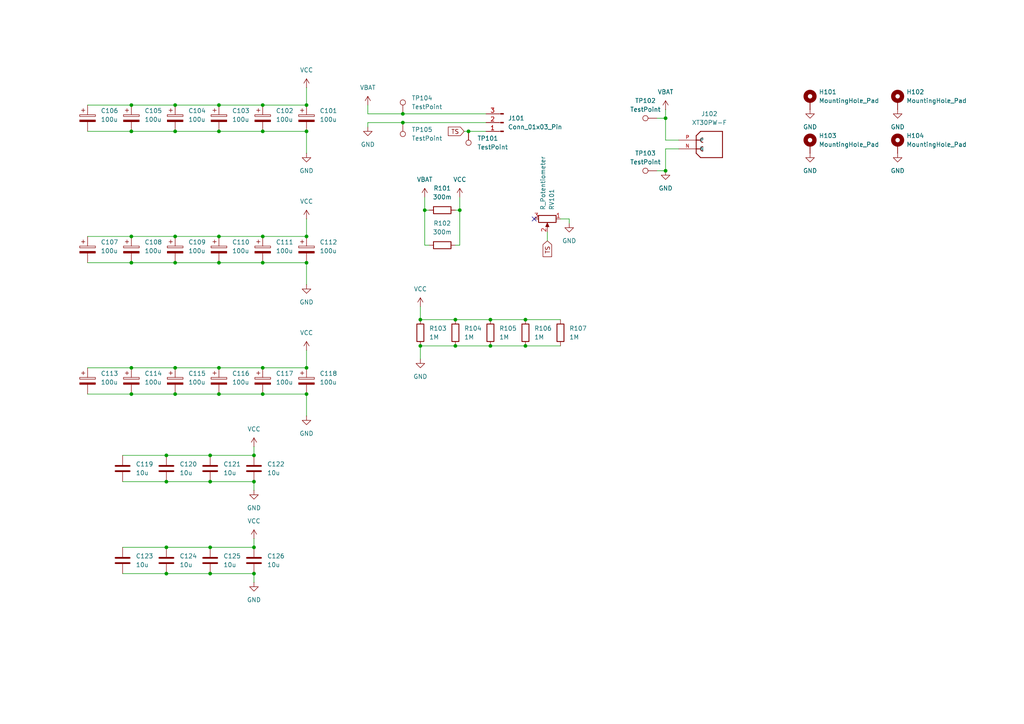
<source format=kicad_sch>
(kicad_sch (version 20231120) (generator "eeschema") (generator_version "8.0")
  (paper "A4")
  (lib_symbols
    (symbol "Connector:Conn_01x03_Pin" (pin_names (offset 1.016) hide)
      (property "Reference" "J" (at 0 5.08 0))
      (property "Value" "Conn_01x03_Pin" (at 0 -5.08 0))
      (symbol "Conn_01x03_Pin_1_1"
        (polyline (pts (xy 1.27 -2.54) (xy 0.8636 -2.54)) (stroke (width 0.1524)))
        (polyline (pts (xy 1.27 0) (xy 0.8636 0)) (stroke (width 0.1524)))
        (polyline (pts (xy 1.27 2.54) (xy 0.8636 2.54)) (stroke (width 0.1524)))
        (rectangle (start 0.8636 -2.413) (end 0 -2.667) (stroke (width 0.1524)) (fill (type outline)))
        (rectangle (start 0.8636 0.127) (end 0 -0.127) (stroke (width 0.1524)) (fill (type outline)))
        (rectangle (start 0.8636 2.667) (end 0 2.413) (stroke (width 0.1524)) (fill (type outline)))
        (pin passive line (at 5.08 2.54 180) (length 3.81) (name "Pin_1") (number "1"))
        (pin passive line (at 5.08 0 180) (length 3.81) (name "Pin_2") (number "2"))
        (pin passive line (at 5.08 -2.54 180) (length 3.81) (name "Pin_3") (number "3"))
      )
    )
    (symbol "Connector:TestPoint" (pin_numbers hide) (pin_names (offset 0.762) hide)
      (property "Reference" "TP" (at 0 6.858 0))
      (property "Value" "TestPoint" (at 0 5.08 0))
      (symbol "TestPoint_0_1"
        (circle (center 0 3.302) (radius 0.762))
      )
      (symbol "TestPoint_1_1"
        (pin passive line (at 0 0 90) (length 2.54) (name "1") (number "1"))
      )
    )
    (symbol "Device:C" (pin_numbers hide) (pin_names (offset 0.254))
      (property "Reference" "C" (at 0.635 2.54 0))
      (property "Value" "C" (at 0.635 -2.54 0))
      (symbol "C_0_1"
        (polyline (pts (xy -2.032 -0.762) (xy 2.032 -0.762)) (stroke (width 0.508)))
        (polyline (pts (xy -2.032 0.762) (xy 2.032 0.762)) (stroke (width 0.508)))
      )
      (symbol "C_1_1"
        (pin passive line (at 0 3.81 270) (length 2.794) (name "~") (number "1"))
        (pin passive line (at 0 -3.81 90) (length 2.794) (name "~") (number "2"))
      )
    )
    (symbol "Device:C_Polarized" (pin_numbers hide) (pin_names (offset 0.254))
      (property "Reference" "C" (at 0.635 2.54 0))
      (property "Value" "C_Polarized" (at 0.635 -2.54 0))
      (symbol "C_Polarized_0_1"
        (rectangle (start -2.286 0.508) (end 2.286 1.016))
        (polyline (pts (xy -1.778 2.286) (xy -0.762 2.286)))
        (polyline (pts (xy -1.27 2.794) (xy -1.27 1.778)))
        (rectangle (start 2.286 -0.508) (end -2.286 -1.016) (fill (type outline)))
      )
      (symbol "C_Polarized_1_1"
        (pin passive line (at 0 3.81 270) (length 2.794) (name "~") (number "1"))
        (pin passive line (at 0 -3.81 90) (length 2.794) (name "~") (number "2"))
      )
    )
    (symbol "Device:R" (pin_numbers hide) (pin_names (offset 0))
      (property "Reference" "R" (at 2.032 0 90))
      (property "Value" "R" (at 0 0 90))
      (symbol "R_0_1"
        (rectangle (start -1.016 -2.54) (end 1.016 2.54) (stroke (width 0.254)))
      )
      (symbol "R_1_1"
        (pin passive line (at 0 3.81 270) (length 1.27) (name "~") (number "1"))
        (pin passive line (at 0 -3.81 90) (length 1.27) (name "~") (number "2"))
      )
    )
    (symbol "Device:R_Potentiometer" (pin_names (offset 1.016) hide)
      (property "Reference" "RV" (at -4.445 0 90))
      (property "Value" "R_Potentiometer" (at -2.54 0 90))
      (symbol "R_Potentiometer_0_1"
        (polyline (pts (xy 2.54 0) (xy 1.524 0)))
        (polyline (pts (xy 1.143 0) (xy 2.286 0.508) (xy 2.286 -0.508) (xy 1.143 0)) (fill (type outline)))
        (rectangle (start 1.016 2.54) (end -1.016 -2.54) (stroke (width 0.254)))
      )
      (symbol "R_Potentiometer_1_1"
        (pin passive line (at 0 3.81 270) (length 1.27) (name "1") (number "1"))
        (pin passive line (at 3.81 0 180) (length 1.27) (name "2") (number "2"))
        (pin passive line (at 0 -3.81 90) (length 1.27) (name "3") (number "3"))
      )
    )
    (symbol "Mechanical:MountingHole_Pad" (pin_numbers hide) (pin_names (offset 1.016) hide) (exclude_from_sim yes) (in_bom no)
      (property "Reference" "H" (at 0 6.35 0))
      (property "Value" "MountingHole_Pad" (at 0 4.445 0))
      (symbol "MountingHole_Pad_0_1"
        (circle (center 0 1.27) (radius 1.27) (stroke (width 1.27)))
      )
      (symbol "MountingHole_Pad_1_1"
        (pin input line (at 0 -2.54 90) (length 2.54) (name "1") (number "1"))
      )
    )
    (symbol "XT30PW-F:XT30PW-F" (pin_names (offset 1.016))
      (property "Reference" "J" (at -7.62 3.81 0))
      (property "Value" "XT30PW-F" (at -7.62 -7.62 0))
      (symbol "XT30PW-F_0_0"
        (arc (start -1.905 -3.175) (mid -1.2727 -2.54) (end -1.905 -1.905) (stroke (width 0.254)))
        (arc (start -1.905 -0.635) (mid -1.2727 0) (end -1.905 0.635) (stroke (width 0.254)))
        (polyline (pts (xy -7.62 -5.08) (xy -7.62 2.54)) (stroke (width 0.254)))
        (polyline (pts (xy -7.62 2.54) (xy -1.27 2.54)) (stroke (width 0.254)))
        (polyline (pts (xy -1.27 -5.08) (xy -7.62 -5.08)) (stroke (width 0.254)))
        (polyline (pts (xy 0 -3.81) (xy -1.27 -5.08)) (stroke (width 0.254)))
        (polyline (pts (xy 0 -2.54) (xy -1.27 -2.54)) (stroke (width 0.254)))
        (polyline (pts (xy 0 0) (xy -1.27 0)) (stroke (width 0.254)))
        (polyline (pts (xy 0 0) (xy 0 -3.81)) (stroke (width 0.254)))
        (polyline (pts (xy 0 1.27) (xy -1.27 2.54)) (stroke (width 0.254)))
        (polyline (pts (xy 0 1.27) (xy 0 0)) (stroke (width 0.254)))
        (pin power_in line (at 5.08 -2.54 180) (length 5.08) (name "N") (number "N"))
        (pin power_in line (at 5.08 0 180) (length 5.08) (name "P") (number "P"))
      )
    )
    (symbol "power:GND" (power) (pin_numbers hide) (pin_names (offset 0) hide)
      (property "Value" "GND" (at 0 -3.81 0))
      (symbol "GND_0_1"
        (polyline (pts (xy 0 0) (xy 0 -1.27) (xy 1.27 -1.27) (xy 0 -2.54) (xy -1.27 -1.27) (xy 0 -1.27)))
      )
      (symbol "GND_1_1"
        (pin power_in line (at 0 0 270) (length 0) (name "~") (number "1"))
      )
    )
    (symbol "power:VCC" (power) (pin_numbers hide) (pin_names (offset 0) hide)
      (property "Value" "VCC" (at 0 3.556 0))
      (symbol "VCC_0_1"
        (polyline (pts (xy -0.762 1.27) (xy 0 2.54)))
        (polyline (pts (xy 0 0) (xy 0 2.54)))
        (polyline (pts (xy 0 2.54) (xy 0.762 1.27)))
      )
      (symbol "VCC_1_1"
        (pin power_in line (at 0 0 90) (length 0) (name "~") (number "1"))
      )
    )
  )
  (junction (at 48.26 158.75))
  (junction (at 50.8 68.58))
  (junction (at 88.9 106.68))
  (junction (at 50.8 114.3))
  (junction (at 116.84 35.56))
  (junction (at 76.2 106.68))
  (junction (at 50.8 76.2))
  (junction (at 60.96 166.37))
  (junction (at 38.1 76.2))
  (junction (at 38.1 114.3))
  (junction (at 48.26 139.7))
  (junction (at 50.8 106.68))
  (junction (at 63.5 76.2))
  (junction (at 116.84 33.02))
  (junction (at 38.1 38.1))
  (junction (at 88.9 76.2))
  (junction (at 88.9 38.1))
  (junction (at 50.8 38.1))
  (junction (at 193.04 34.29))
  (junction (at 48.26 132.08))
  (junction (at 193.04 49.53))
  (junction (at 132.08 100.33))
  (junction (at 60.96 158.75))
  (junction (at 135.89 38.1))
  (junction (at 63.5 106.68))
  (junction (at 63.5 38.1))
  (junction (at 73.66 158.75))
  (junction (at 152.4 100.33))
  (junction (at 152.4 92.71))
  (junction (at 142.24 100.33))
  (junction (at 50.8 30.48))
  (junction (at 121.92 100.33))
  (junction (at 38.1 30.48))
  (junction (at 73.66 139.7))
  (junction (at 88.9 114.3))
  (junction (at 88.9 68.58))
  (junction (at 38.1 68.58))
  (junction (at 76.2 114.3))
  (junction (at 142.24 92.71))
  (junction (at 88.9 30.48))
  (junction (at 121.92 92.71))
  (junction (at 38.1 106.68))
  (junction (at 73.66 166.37))
  (junction (at 60.96 139.7))
  (junction (at 73.66 132.08))
  (junction (at 63.5 30.48))
  (junction (at 123.19 60.96))
  (junction (at 48.26 166.37))
  (junction (at 76.2 30.48))
  (junction (at 63.5 68.58))
  (junction (at 133.35 60.96))
  (junction (at 132.08 92.71))
  (junction (at 60.96 132.08))
  (junction (at 76.2 68.58))
  (junction (at 63.5 114.3))
  (junction (at 76.2 38.1))
  (junction (at 76.2 76.2))
  (no_connect (at 154.94 63.5))
  (wire (pts (xy 48.26 158.75) (xy 35.56 158.75)))
  (wire (pts (xy 38.1 114.3) (xy 50.8 114.3)))
  (wire (pts (xy 73.66 129.54) (xy 73.66 132.08)))
  (wire (pts (xy 76.2 106.68) (xy 88.9 106.68)))
  (wire (pts (xy 76.2 38.1) (xy 88.9 38.1)))
  (wire (pts (xy 132.08 100.33) (xy 142.24 100.33)))
  (wire (pts (xy 121.92 100.33) (xy 132.08 100.33)))
  (wire (pts (xy 162.56 63.5) (xy 165.1 63.5)))
  (wire (pts (xy 50.8 68.58) (xy 63.5 68.58)))
  (wire (pts (xy 88.9 101.6) (xy 88.9 106.68)))
  (wire (pts (xy 158.75 67.31) (xy 158.75 69.85)))
  (wire (pts (xy 63.5 76.2) (xy 50.8 76.2)))
  (wire (pts (xy 88.9 25.4) (xy 88.9 30.48)))
  (wire (pts (xy 48.26 166.37) (xy 35.56 166.37)))
  (wire (pts (xy 116.84 35.56) (xy 106.68 35.56)))
  (wire (pts (xy 63.5 106.68) (xy 50.8 106.68)))
  (wire (pts (xy 121.92 88.9) (xy 121.92 92.71)))
  (wire (pts (xy 73.66 158.75) (xy 60.96 158.75)))
  (wire (pts (xy 48.26 132.08) (xy 35.56 132.08)))
  (wire (pts (xy 123.19 71.12) (xy 123.19 60.96)))
  (wire (pts (xy 60.96 132.08) (xy 48.26 132.08)))
  (wire (pts (xy 73.66 142.24) (xy 73.66 139.7)))
  (wire (pts (xy 142.24 92.71) (xy 152.4 92.71)))
  (wire (pts (xy 193.04 40.64) (xy 196.85 40.64)))
  (wire (pts (xy 106.68 35.56) (xy 106.68 36.83)))
  (wire (pts (xy 38.1 68.58) (xy 25.4 68.58)))
  (wire (pts (xy 50.8 38.1) (xy 38.1 38.1)))
  (wire (pts (xy 73.66 132.08) (xy 60.96 132.08)))
  (wire (pts (xy 88.9 68.58) (xy 76.2 68.58)))
  (wire (pts (xy 190.5 34.29) (xy 193.04 34.29)))
  (wire (pts (xy 25.4 76.2) (xy 38.1 76.2)))
  (wire (pts (xy 88.9 44.45) (xy 88.9 38.1)))
  (wire (pts (xy 106.68 33.02) (xy 106.68 30.48)))
  (wire (pts (xy 25.4 38.1) (xy 38.1 38.1)))
  (wire (pts (xy 38.1 106.68) (xy 50.8 106.68)))
  (wire (pts (xy 76.2 30.48) (xy 88.9 30.48)))
  (wire (pts (xy 63.5 76.2) (xy 76.2 76.2)))
  (wire (pts (xy 88.9 114.3) (xy 76.2 114.3)))
  (wire (pts (xy 132.08 71.12) (xy 133.35 71.12)))
  (wire (pts (xy 190.5 49.53) (xy 193.04 49.53)))
  (wire (pts (xy 50.8 38.1) (xy 63.5 38.1)))
  (wire (pts (xy 124.46 71.12) (xy 123.19 71.12)))
  (wire (pts (xy 88.9 82.55) (xy 88.9 76.2)))
  (wire (pts (xy 88.9 120.65) (xy 88.9 114.3)))
  (wire (pts (xy 76.2 76.2) (xy 88.9 76.2)))
  (wire (pts (xy 152.4 92.71) (xy 162.56 92.71)))
  (wire (pts (xy 63.5 38.1) (xy 76.2 38.1)))
  (wire (pts (xy 124.46 60.96) (xy 123.19 60.96)))
  (wire (pts (xy 165.1 63.5) (xy 165.1 64.77)))
  (wire (pts (xy 76.2 30.48) (xy 63.5 30.48)))
  (wire (pts (xy 123.19 60.96) (xy 123.19 57.15)))
  (wire (pts (xy 193.04 34.29) (xy 193.04 40.64)))
  (wire (pts (xy 142.24 100.33) (xy 152.4 100.33)))
  (wire (pts (xy 193.04 49.53) (xy 193.04 43.18)))
  (wire (pts (xy 132.08 60.96) (xy 133.35 60.96)))
  (wire (pts (xy 63.5 114.3) (xy 50.8 114.3)))
  (wire (pts (xy 25.4 30.48) (xy 38.1 30.48)))
  (wire (pts (xy 73.66 139.7) (xy 60.96 139.7)))
  (wire (pts (xy 25.4 114.3) (xy 38.1 114.3)))
  (wire (pts (xy 50.8 30.48) (xy 63.5 30.48)))
  (wire (pts (xy 132.08 92.71) (xy 142.24 92.71)))
  (wire (pts (xy 73.66 166.37) (xy 60.96 166.37)))
  (wire (pts (xy 60.96 166.37) (xy 48.26 166.37)))
  (wire (pts (xy 121.92 92.71) (xy 132.08 92.71)))
  (wire (pts (xy 76.2 106.68) (xy 63.5 106.68)))
  (wire (pts (xy 135.89 38.1) (xy 134.62 38.1)))
  (wire (pts (xy 38.1 68.58) (xy 50.8 68.58)))
  (wire (pts (xy 140.97 38.1) (xy 135.89 38.1)))
  (wire (pts (xy 48.26 139.7) (xy 35.56 139.7)))
  (wire (pts (xy 60.96 139.7) (xy 48.26 139.7)))
  (wire (pts (xy 193.04 43.18) (xy 196.85 43.18)))
  (wire (pts (xy 63.5 68.58) (xy 76.2 68.58)))
  (wire (pts (xy 73.66 168.91) (xy 73.66 166.37)))
  (wire (pts (xy 73.66 156.21) (xy 73.66 158.75)))
  (wire (pts (xy 60.96 158.75) (xy 48.26 158.75)))
  (wire (pts (xy 116.84 33.02) (xy 140.97 33.02)))
  (wire (pts (xy 133.35 57.15) (xy 133.35 60.96)))
  (wire (pts (xy 106.68 33.02) (xy 116.84 33.02)))
  (wire (pts (xy 193.04 31.75) (xy 193.04 34.29)))
  (wire (pts (xy 121.92 104.14) (xy 121.92 100.33)))
  (wire (pts (xy 133.35 60.96) (xy 133.35 71.12)))
  (wire (pts (xy 50.8 30.48) (xy 38.1 30.48)))
  (wire (pts (xy 25.4 106.68) (xy 38.1 106.68)))
  (wire (pts (xy 50.8 76.2) (xy 38.1 76.2)))
  (wire (pts (xy 152.4 100.33) (xy 162.56 100.33)))
  (wire (pts (xy 116.84 35.56) (xy 140.97 35.56)))
  (wire (pts (xy 76.2 114.3) (xy 63.5 114.3)))
  (wire (pts (xy 88.9 63.5) (xy 88.9 68.58)))
  (global_label "TS" (shape input) (at 134.62 38.1 180) (property "Intersheetrefs" "${INTERSHEET_REFS}" (effects (hide yes))))
  (global_label "TS" (shape input) (at 158.75 69.85 270) (property "Intersheetrefs" "${INTERSHEET_REFS}" (effects (hide yes))))
  (symbol (lib_id "power:VCC") (at 133.35 57.15 0) (unit 1)
    (property "Reference" "#PWR0114" (effects (hide yes)))
    (property "Value" "VCC" (at 133.35 52.07 0))
    (property "Description" "Power symbol creates a global label with name \"VCC\"" (effects (hide yes)))
  )
  (symbol (lib_id "Connector:TestPoint") (at 116.84 35.56 180) (unit 1)
    (property "Reference" "TP105" (at 119.38 37.5919 0) (effects (justify right)))
    (property "Value" "TestPoint" (at 119.38 40.1319 0) (effects (justify right)))
    (property "Footprint" "TestPoint:TestPoint_Bridge_Pitch2.54mm_Drill0.7mm" (effects (hide yes)))
    (property "Description" "test point" (effects (hide yes)))
  )
  (symbol (lib_id "power:VCC") (at 88.9 63.5 0) (unit 1)
    (property "Reference" "#PWR0103" (effects (hide yes)))
    (property "Value" "VCC" (at 88.9 58.42 0))
    (property "Description" "Power symbol creates a global label with name \"VCC\"" (effects (hide yes)))
  )
  (symbol (lib_id "power:GND") (at 193.04 49.53 0) (unit 1)
    (property "Reference" "#PWR0119" (effects (hide yes)))
    (property "Value" "GND" (at 193.04 54.61 0))
    (property "Description" "Power symbol creates a global label with name \"GND\" , ground" (effects (hide yes)))
  )
  (symbol (lib_id "power:GND") (at 165.1 64.77 0) (unit 1)
    (property "Reference" "#PWR0117" (effects (hide yes)))
    (property "Value" "GND" (at 165.1 69.85 0))
    (property "Description" "Power symbol creates a global label with name \"GND\" , ground" (effects (hide yes)))
  )
  (symbol (lib_id "Device:C_Polarized") (at 88.9 34.29 0) (unit 1)
    (property "Reference" "C101" (at 92.71 32.1309 0) (effects (justify left)))
    (property "Value" "100u" (at 92.71 34.6709 0) (effects (justify left)))
    (property "Footprint" "Capacitor_SMD:CP_Elec_6.3x5.4" (effects (hide yes)))
    (property "Description" "Polarized capacitor" (effects (hide yes)))
  )
  (symbol (lib_id "Device:R") (at 152.4 96.52 180) (unit 1)
    (property "Reference" "R106" (at 154.94 95.2499 0) (effects (justify right)))
    (property "Value" "1M" (at 154.94 97.7899 0) (effects (justify right)))
    (property "Footprint" "Resistor_SMD:R_0805_2012Metric" (effects (hide yes)))
    (property "Description" "Resistor" (effects (hide yes)))
  )
  (symbol (lib_id "Device:C") (at 60.96 135.89 0) (unit 1)
    (property "Reference" "C121" (at 64.77 134.6199 0) (effects (justify left)))
    (property "Value" "10u" (at 64.77 137.1599 0) (effects (justify left)))
    (property "Footprint" "Capacitor_SMD:C_0805_2012Metric" (effects (hide yes)))
    (property "Description" "Unpolarized capacitor" (effects (hide yes)))
  )
  (symbol (lib_id "Connector:TestPoint") (at 190.5 49.53 90) (unit 1)
    (property "Reference" "TP103" (at 187.198 44.45 90))
    (property "Value" "TestPoint" (at 187.198 46.99 90))
    (property "Footprint" "TestPoint:TestPoint_Pad_D1.5mm" (effects (hide yes)))
    (property "Description" "test point" (effects (hide yes)))
  )
  (symbol (lib_id "Device:C_Polarized") (at 25.4 72.39 0) (unit 1)
    (property "Reference" "C107" (at 29.21 70.2309 0) (effects (justify left)))
    (property "Value" "100u" (at 29.21 72.7709 0) (effects (justify left)))
    (property "Footprint" "Capacitor_SMD:CP_Elec_6.3x5.4" (effects (hide yes)))
    (property "Description" "Polarized capacitor" (effects (hide yes)))
  )
  (symbol (lib_id "power:GND") (at 73.66 168.91 0) (unit 1)
    (property "Reference" "#PWR0112" (effects (hide yes)))
    (property "Value" "GND" (at 73.66 173.99 0))
    (property "Description" "Power symbol creates a global label with name \"GND\" , ground" (effects (hide yes)))
  )
  (symbol (lib_id "Connector:Conn_01x03_Pin") (at 146.05 35.56 180) (unit 1)
    (property "Reference" "J101" (at 147.32 34.2899 0) (effects (justify right)))
    (property "Value" "Conn_01x03_Pin" (at 147.32 36.8299 0) (effects (justify right)))
    (property "Footprint" "Connector_JST:JST_PH_S3B-PH-K_1x03_P2.00mm_Horizontal" (effects (hide yes)))
    (property "Description" "Generic connector, single row, 01x03, script generated" (effects (hide yes)))
  )
  (symbol (lib_id "Device:C_Polarized") (at 25.4 110.49 0) (unit 1)
    (property "Reference" "C113" (at 29.21 108.3309 0) (effects (justify left)))
    (property "Value" "100u" (at 29.21 110.8709 0) (effects (justify left)))
    (property "Footprint" "Capacitor_SMD:CP_Elec_6.3x5.4" (effects (hide yes)))
    (property "Description" "Polarized capacitor" (effects (hide yes)))
  )
  (symbol (lib_id "Device:C") (at 48.26 135.89 0) (unit 1)
    (property "Reference" "C120" (at 52.07 134.6199 0) (effects (justify left)))
    (property "Value" "10u" (at 52.07 137.1599 0) (effects (justify left)))
    (property "Footprint" "Capacitor_SMD:C_0805_2012Metric" (effects (hide yes)))
    (property "Description" "Unpolarized capacitor" (effects (hide yes)))
  )
  (symbol (lib_id "Mechanical:MountingHole_Pad") (at 260.35 29.21 0) (unit 1) (exclude_from_sim yes) (in_bom no)
    (property "Reference" "H102" (at 262.89 26.6699 0) (effects (justify left)))
    (property "Value" "MountingHole_Pad" (at 262.89 29.2099 0) (effects (justify left)))
    (property "Footprint" "MountingHole:MountingHole_3.2mm_M3_ISO7380_Pad" (effects (hide yes)))
    (property "Description" "Mounting Hole with connection" (effects (hide yes)))
  )
  (symbol (lib_id "Device:C") (at 35.56 162.56 0) (unit 1)
    (property "Reference" "C123" (at 39.37 161.2899 0) (effects (justify left)))
    (property "Value" "10u" (at 39.37 163.8299 0) (effects (justify left)))
    (property "Footprint" "Capacitor_SMD:C_0805_2012Metric" (effects (hide yes)))
    (property "Description" "Unpolarized capacitor" (effects (hide yes)))
  )
  (symbol (lib_id "Mechanical:MountingHole_Pad") (at 234.95 41.91 0) (unit 1) (exclude_from_sim yes) (in_bom no)
    (property "Reference" "H103" (at 237.49 39.3699 0) (effects (justify left)))
    (property "Value" "MountingHole_Pad" (at 237.49 41.9099 0) (effects (justify left)))
    (property "Footprint" "MountingHole:MountingHole_3.2mm_M3_ISO7380_Pad" (effects (hide yes)))
    (property "Description" "Mounting Hole with connection" (effects (hide yes)))
  )
  (symbol (lib_id "Device:C_Polarized") (at 88.9 110.49 0) (unit 1)
    (property "Reference" "C118" (at 92.71 108.3309 0) (effects (justify left)))
    (property "Value" "100u" (at 92.71 110.8709 0) (effects (justify left)))
    (property "Footprint" "Capacitor_SMD:CP_Elec_6.3x5.4" (effects (hide yes)))
    (property "Description" "Polarized capacitor" (effects (hide yes)))
  )
  (symbol (lib_id "Device:C_Polarized") (at 50.8 34.29 0) (unit 1)
    (property "Reference" "C104" (at 54.61 32.1309 0) (effects (justify left)))
    (property "Value" "100u" (at 54.61 34.6709 0) (effects (justify left)))
    (property "Footprint" "Capacitor_SMD:CP_Elec_6.3x5.4" (effects (hide yes)))
    (property "Description" "Polarized capacitor" (effects (hide yes)))
  )
  (symbol (lib_id "Device:C_Polarized") (at 25.4 34.29 0) (unit 1)
    (property "Reference" "C106" (at 29.21 32.1309 0) (effects (justify left)))
    (property "Value" "100u" (at 29.21 34.6709 0) (effects (justify left)))
    (property "Footprint" "Capacitor_SMD:CP_Elec_6.3x5.4" (effects (hide yes)))
    (property "Description" "Polarized capacitor" (effects (hide yes)))
  )
  (symbol (lib_id "power:VCC") (at 73.66 156.21 0) (unit 1)
    (property "Reference" "#PWR0111" (effects (hide yes)))
    (property "Value" "VCC" (at 73.66 151.13 0))
    (property "Description" "Power symbol creates a global label with name \"VCC\"" (effects (hide yes)))
  )
  (symbol (lib_id "Device:C_Polarized") (at 50.8 110.49 0) (unit 1)
    (property "Reference" "C115" (at 54.61 108.3309 0) (effects (justify left)))
    (property "Value" "100u" (at 54.61 110.8709 0) (effects (justify left)))
    (property "Footprint" "Capacitor_SMD:CP_Elec_6.3x5.4" (effects (hide yes)))
    (property "Description" "Polarized capacitor" (effects (hide yes)))
  )
  (symbol (lib_id "Device:R") (at 121.92 96.52 180) (unit 1)
    (property "Reference" "R103" (at 124.46 95.2499 0) (effects (justify right)))
    (property "Value" "1M" (at 124.46 97.7899 0) (effects (justify right)))
    (property "Footprint" "Resistor_SMD:R_0805_2012Metric" (effects (hide yes)))
    (property "Description" "Resistor" (effects (hide yes)))
  )
  (symbol (lib_id "power:GND") (at 88.9 44.45 0) (unit 1)
    (property "Reference" "#PWR0108" (effects (hide yes)))
    (property "Value" "GND" (at 88.9 49.53 0))
    (property "Description" "Power symbol creates a global label with name \"GND\" , ground" (effects (hide yes)))
  )
  (symbol (lib_id "power:GND") (at 121.92 104.14 0) (unit 1)
    (property "Reference" "#PWR0116" (effects (hide yes)))
    (property "Value" "GND" (at 121.92 109.22 0))
    (property "Description" "Power symbol creates a global label with name \"GND\" , ground" (effects (hide yes)))
  )
  (symbol (lib_id "power:VCC") (at 106.68 30.48 0) (unit 1)
    (property "Reference" "#PWR0102" (effects (hide yes)))
    (property "Value" "VBAT" (at 106.68 25.4 0))
    (property "Description" "Power symbol creates a global label with name \"VCC\"" (effects (hide yes)))
  )
  (symbol (lib_id "Device:C_Polarized") (at 63.5 110.49 0) (unit 1)
    (property "Reference" "C116" (at 67.31 108.3309 0) (effects (justify left)))
    (property "Value" "100u" (at 67.31 110.8709 0) (effects (justify left)))
    (property "Footprint" "Capacitor_SMD:CP_Elec_6.3x5.4" (effects (hide yes)))
    (property "Description" "Polarized capacitor" (effects (hide yes)))
  )
  (symbol (lib_id "Device:C_Polarized") (at 88.9 72.39 0) (unit 1)
    (property "Reference" "C112" (at 92.71 70.2309 0) (effects (justify left)))
    (property "Value" "100u" (at 92.71 72.7709 0) (effects (justify left)))
    (property "Footprint" "Capacitor_SMD:CP_Elec_6.3x5.4" (effects (hide yes)))
    (property "Description" "Polarized capacitor" (effects (hide yes)))
  )
  (symbol (lib_id "power:GND") (at 88.9 120.65 0) (unit 1)
    (property "Reference" "#PWR0106" (effects (hide yes)))
    (property "Value" "GND" (at 88.9 125.73 0))
    (property "Description" "Power symbol creates a global label with name \"GND\" , ground" (effects (hide yes)))
  )
  (symbol (lib_id "Device:R") (at 162.56 96.52 180) (unit 1)
    (property "Reference" "R107" (at 165.1 95.2499 0) (effects (justify right)))
    (property "Value" "1M" (at 165.1 97.7899 0) (effects (justify right)))
    (property "Footprint" "Resistor_SMD:R_0805_2012Metric" (effects (hide yes)))
    (property "Description" "Resistor" (effects (hide yes)))
  )
  (symbol (lib_id "Device:C") (at 35.56 135.89 0) (unit 1)
    (property "Reference" "C119" (at 39.37 134.6199 0) (effects (justify left)))
    (property "Value" "10u" (at 39.37 137.1599 0) (effects (justify left)))
    (property "Footprint" "Capacitor_SMD:C_0805_2012Metric" (effects (hide yes)))
    (property "Description" "Unpolarized capacitor" (effects (hide yes)))
  )
  (symbol (lib_id "Device:C_Polarized") (at 63.5 34.29 0) (unit 1)
    (property "Reference" "C103" (at 67.31 32.1309 0) (effects (justify left)))
    (property "Value" "100u" (at 67.31 34.6709 0) (effects (justify left)))
    (property "Footprint" "Capacitor_SMD:CP_Elec_6.3x5.4" (effects (hide yes)))
    (property "Description" "Polarized capacitor" (effects (hide yes)))
  )
  (symbol (lib_id "power:VCC") (at 121.92 88.9 0) (unit 1)
    (property "Reference" "#PWR0115" (effects (hide yes)))
    (property "Value" "VCC" (at 121.92 83.82 0))
    (property "Description" "Power symbol creates a global label with name \"VCC\"" (effects (hide yes)))
  )
  (symbol (lib_id "Device:R_Potentiometer") (at 158.75 63.5 270) (unit 1)
    (property "Reference" "RV101" (at 160.0201 60.96 0) (effects (justify right)))
    (property "Value" "R_Potentiometer" (at 157.4801 60.96 0) (effects (justify right)))
    (property "Footprint" "MUFFIN:WXD3-13" (effects (hide yes)))
    (property "Description" "Potentiometer" (effects (hide yes)))
  )
  (symbol (lib_id "XT30PW-F:XT30PW-F") (at 201.93 40.64 0) (mirror y) (unit 1)
    (property "Reference" "J102" (at 205.74 33.02 0))
    (property "Value" "XT30PW-F" (at 205.74 35.56 0))
    (property "Footprint" "footprints:AMASS_XT30PW-F" (effects (hide yes)))
    (property "MF" "amass" (effects (hide yes)))
    (property "MAXIMUM_PACKAGE_HEIGHT" "5 mm" (effects (hide yes)))
    (property "Package" "None" (effects (hide yes)))
    (property "Price" "None" (effects (hide yes)))
    (property "Check_prices" "https://www.snapeda.com/parts/XT30PW-F/AMASS/view-part/?ref=eda" (effects (hide yes)))
    (property "STANDARD" "Manufacturer Recommendations" (effects (hide yes)))
    (property "PARTREV" "1.2" (effects (hide yes)))
    (property "SnapEDA_Link" "https://www.snapeda.com/parts/XT30PW-F/AMASS/view-part/?ref=snap" (effects (hide yes)))
    (property "MP" "XT30PW-F" (effects (hide yes)))
    (property "Description_1" "\n                        \n                            Socket; DC supply; XT30; female; PIN: 2; on PCBs; THT; yellow; 15A\n                        \n" (effects (hide yes)))
    (property "MANUFACTURER" "Amass" (effects (hide yes)))
    (property "Availability" "Not in stock" (effects (hide yes)))
    (property "SNAPEDA_PN" "XT30PW-F" (effects (hide yes)))
  )
  (symbol (lib_id "Device:C_Polarized") (at 63.5 72.39 0) (unit 1)
    (property "Reference" "C110" (at 67.31 70.2309 0) (effects (justify left)))
    (property "Value" "100u" (at 67.31 72.7709 0) (effects (justify left)))
    (property "Footprint" "Capacitor_SMD:CP_Elec_6.3x5.4" (effects (hide yes)))
    (property "Description" "Polarized capacitor" (effects (hide yes)))
  )
  (symbol (lib_id "power:GND") (at 234.95 31.75 0) (unit 1)
    (property "Reference" "#PWR0120" (effects (hide yes)))
    (property "Value" "GND" (at 234.95 36.83 0))
    (property "Description" "Power symbol creates a global label with name \"GND\" , ground" (effects (hide yes)))
  )
  (symbol (lib_id "power:GND") (at 260.35 44.45 0) (unit 1)
    (property "Reference" "#PWR0123" (effects (hide yes)))
    (property "Value" "GND" (at 260.35 49.53 0))
    (property "Description" "Power symbol creates a global label with name \"GND\" , ground" (effects (hide yes)))
  )
  (symbol (lib_id "Device:C_Polarized") (at 50.8 72.39 0) (unit 1)
    (property "Reference" "C109" (at 54.61 70.2309 0) (effects (justify left)))
    (property "Value" "100u" (at 54.61 72.7709 0) (effects (justify left)))
    (property "Footprint" "Capacitor_SMD:CP_Elec_6.3x5.4" (effects (hide yes)))
    (property "Description" "Polarized capacitor" (effects (hide yes)))
  )
  (symbol (lib_id "Device:C_Polarized") (at 76.2 34.29 0) (unit 1)
    (property "Reference" "C102" (at 80.01 32.1309 0) (effects (justify left)))
    (property "Value" "100u" (at 80.01 34.6709 0) (effects (justify left)))
    (property "Footprint" "Capacitor_SMD:CP_Elec_6.3x5.4" (effects (hide yes)))
    (property "Description" "Polarized capacitor" (effects (hide yes)))
  )
  (symbol (lib_id "Device:C_Polarized") (at 38.1 72.39 0) (unit 1)
    (property "Reference" "C108" (at 41.91 70.2309 0) (effects (justify left)))
    (property "Value" "100u" (at 41.91 72.7709 0) (effects (justify left)))
    (property "Footprint" "Capacitor_SMD:CP_Elec_6.3x5.4" (effects (hide yes)))
    (property "Description" "Polarized capacitor" (effects (hide yes)))
  )
  (symbol (lib_id "Mechanical:MountingHole_Pad") (at 234.95 29.21 0) (unit 1) (exclude_from_sim yes) (in_bom no)
    (property "Reference" "H101" (at 237.49 26.6699 0) (effects (justify left)))
    (property "Value" "MountingHole_Pad" (at 237.49 29.2099 0) (effects (justify left)))
    (property "Footprint" "MountingHole:MountingHole_3.2mm_M3_ISO7380_Pad" (effects (hide yes)))
    (property "Description" "Mounting Hole with connection" (effects (hide yes)))
  )
  (symbol (lib_id "power:GND") (at 73.66 142.24 0) (unit 1)
    (property "Reference" "#PWR0110" (effects (hide yes)))
    (property "Value" "GND" (at 73.66 147.32 0))
    (property "Description" "Power symbol creates a global label with name \"GND\" , ground" (effects (hide yes)))
  )
  (symbol (lib_id "Device:R") (at 128.27 60.96 90) (unit 1)
    (property "Reference" "R101" (at 128.27 54.61 90))
    (property "Value" "300m" (at 128.27 57.15 90))
    (property "Footprint" "Resistor_SMD:R_2512_6332Metric" (effects (hide yes)))
    (property "Description" "Resistor" (effects (hide yes)))
  )
  (symbol (lib_id "power:GND") (at 106.68 36.83 0) (unit 1)
    (property "Reference" "#PWR0101" (effects (hide yes)))
    (property "Value" "GND" (at 106.68 41.91 0))
    (property "Description" "Power symbol creates a global label with name \"GND\" , ground" (effects (hide yes)))
  )
  (symbol (lib_id "Device:C") (at 73.66 162.56 0) (unit 1)
    (property "Reference" "C126" (at 77.47 161.2899 0) (effects (justify left)))
    (property "Value" "10u" (at 77.47 163.8299 0) (effects (justify left)))
    (property "Footprint" "Capacitor_SMD:C_0805_2012Metric" (effects (hide yes)))
    (property "Description" "Unpolarized capacitor" (effects (hide yes)))
  )
  (symbol (lib_id "power:VCC") (at 123.19 57.15 0) (unit 1)
    (property "Reference" "#PWR0113" (effects (hide yes)))
    (property "Value" "VBAT" (at 123.19 52.07 0))
    (property "Description" "Power symbol creates a global label with name \"VCC\"" (effects (hide yes)))
  )
  (symbol (lib_id "power:VCC") (at 88.9 25.4 0) (unit 1)
    (property "Reference" "#PWR0107" (effects (hide yes)))
    (property "Value" "VCC" (at 88.9 20.32 0))
    (property "Description" "Power symbol creates a global label with name \"VCC\"" (effects (hide yes)))
  )
  (symbol (lib_id "Device:C_Polarized") (at 76.2 110.49 0) (unit 1)
    (property "Reference" "C117" (at 80.01 108.3309 0) (effects (justify left)))
    (property "Value" "100u" (at 80.01 110.8709 0) (effects (justify left)))
    (property "Footprint" "Capacitor_SMD:CP_Elec_6.3x5.4" (effects (hide yes)))
    (property "Description" "Polarized capacitor" (effects (hide yes)))
  )
  (symbol (lib_id "Device:C") (at 48.26 162.56 0) (unit 1)
    (property "Reference" "C124" (at 52.07 161.2899 0) (effects (justify left)))
    (property "Value" "10u" (at 52.07 163.8299 0) (effects (justify left)))
    (property "Footprint" "Capacitor_SMD:C_0805_2012Metric" (effects (hide yes)))
    (property "Description" "Unpolarized capacitor" (effects (hide yes)))
  )
  (symbol (lib_id "power:GND") (at 260.35 31.75 0) (unit 1)
    (property "Reference" "#PWR0121" (effects (hide yes)))
    (property "Value" "GND" (at 260.35 36.83 0))
    (property "Description" "Power symbol creates a global label with name \"GND\" , ground" (effects (hide yes)))
  )
  (symbol (lib_id "Connector:TestPoint") (at 116.84 33.02 0) (unit 1)
    (property "Reference" "TP104" (at 119.38 28.4479 0) (effects (justify left)))
    (property "Value" "TestPoint" (at 119.38 30.9879 0) (effects (justify left)))
    (property "Footprint" "TestPoint:TestPoint_Bridge_Pitch2.54mm_Drill0.7mm" (effects (hide yes)))
    (property "Description" "test point" (effects (hide yes)))
  )
  (symbol (lib_id "power:VCC") (at 73.66 129.54 0) (unit 1)
    (property "Reference" "#PWR0109" (effects (hide yes)))
    (property "Value" "VCC" (at 73.66 124.46 0))
    (property "Description" "Power symbol creates a global label with name \"VCC\"" (effects (hide yes)))
  )
  (symbol (lib_id "power:VCC") (at 88.9 101.6 0) (unit 1)
    (property "Reference" "#PWR0105" (effects (hide yes)))
    (property "Value" "VCC" (at 88.9 96.52 0))
    (property "Description" "Power symbol creates a global label with name \"VCC\"" (effects (hide yes)))
  )
  (symbol (lib_id "Device:R") (at 128.27 71.12 90) (unit 1)
    (property "Reference" "R102" (at 128.27 64.77 90))
    (property "Value" "300m" (at 128.27 67.31 90))
    (property "Footprint" "Resistor_SMD:R_2512_6332Metric" (effects (hide yes)))
    (property "Description" "Resistor" (effects (hide yes)))
  )
  (symbol (lib_id "power:GND") (at 88.9 82.55 0) (unit 1)
    (property "Reference" "#PWR0104" (effects (hide yes)))
    (property "Value" "GND" (at 88.9 87.63 0))
    (property "Description" "Power symbol creates a global label with name \"GND\" , ground" (effects (hide yes)))
  )
  (symbol (lib_id "Mechanical:MountingHole_Pad") (at 260.35 41.91 0) (unit 1) (exclude_from_sim yes) (in_bom no)
    (property "Reference" "H104" (at 262.89 39.3699 0) (effects (justify left)))
    (property "Value" "MountingHole_Pad" (at 262.89 41.9099 0) (effects (justify left)))
    (property "Footprint" "MountingHole:MountingHole_3.2mm_M3_ISO7380_Pad" (effects (hide yes)))
    (property "Description" "Mounting Hole with connection" (effects (hide yes)))
  )
  (symbol (lib_id "Device:C_Polarized") (at 38.1 110.49 0) (unit 1)
    (property "Reference" "C114" (at 41.91 108.3309 0) (effects (justify left)))
    (property "Value" "100u" (at 41.91 110.8709 0) (effects (justify left)))
    (property "Footprint" "Capacitor_SMD:CP_Elec_6.3x5.4" (effects (hide yes)))
    (property "Description" "Polarized capacitor" (effects (hide yes)))
  )
  (symbol (lib_id "Device:R") (at 142.24 96.52 180) (unit 1)
    (property "Reference" "R105" (at 144.78 95.2499 0) (effects (justify right)))
    (property "Value" "1M" (at 144.78 97.7899 0) (effects (justify right)))
    (property "Footprint" "Resistor_SMD:R_0805_2012Metric" (effects (hide yes)))
    (property "Description" "Resistor" (effects (hide yes)))
  )
  (symbol (lib_id "power:VCC") (at 193.04 31.75 0) (unit 1)
    (property "Reference" "#PWR0118" (effects (hide yes)))
    (property "Value" "VBAT" (at 193.04 26.67 0))
    (property "Description" "Power symbol creates a global label with name \"VCC\"" (effects (hide yes)))
  )
  (symbol (lib_id "Device:C") (at 73.66 135.89 0) (unit 1)
    (property "Reference" "C122" (at 77.47 134.6199 0) (effects (justify left)))
    (property "Value" "10u" (at 77.47 137.1599 0) (effects (justify left)))
    (property "Footprint" "Capacitor_SMD:C_0805_2012Metric" (effects (hide yes)))
    (property "Description" "Unpolarized capacitor" (effects (hide yes)))
  )
  (symbol (lib_id "Device:C_Polarized") (at 38.1 34.29 0) (unit 1)
    (property "Reference" "C105" (at 41.91 32.1309 0) (effects (justify left)))
    (property "Value" "100u" (at 41.91 34.6709 0) (effects (justify left)))
    (property "Footprint" "Capacitor_SMD:CP_Elec_6.3x5.4" (effects (hide yes)))
    (property "Description" "Polarized capacitor" (effects (hide yes)))
  )
  (symbol (lib_id "Connector:TestPoint") (at 190.5 34.29 90) (unit 1)
    (property "Reference" "TP102" (at 187.198 29.21 90))
    (property "Value" "TestPoint" (at 187.198 31.75 90))
    (property "Footprint" "TestPoint:TestPoint_Pad_D1.5mm" (effects (hide yes)))
    (property "Description" "test point" (effects (hide yes)))
  )
  (symbol (lib_id "Device:R") (at 132.08 96.52 180) (unit 1)
    (property "Reference" "R104" (at 134.62 95.2499 0) (effects (justify right)))
    (property "Value" "1M" (at 134.62 97.7899 0) (effects (justify right)))
    (property "Footprint" "Resistor_SMD:R_0805_2012Metric" (effects (hide yes)))
    (property "Description" "Resistor" (effects (hide yes)))
  )
  (symbol (lib_id "Device:C_Polarized") (at 76.2 72.39 0) (unit 1)
    (property "Reference" "C111" (at 80.01 70.2309 0) (effects (justify left)))
    (property "Value" "100u" (at 80.01 72.7709 0) (effects (justify left)))
    (property "Footprint" "Capacitor_SMD:CP_Elec_6.3x5.4" (effects (hide yes)))
    (property "Description" "Polarized capacitor" (effects (hide yes)))
  )
  (symbol (lib_id "Device:C") (at 60.96 162.56 0) (unit 1)
    (property "Reference" "C125" (at 64.77 161.2899 0) (effects (justify left)))
    (property "Value" "10u" (at 64.77 163.8299 0) (effects (justify left)))
    (property "Footprint" "Capacitor_SMD:C_0805_2012Metric" (effects (hide yes)))
    (property "Description" "Unpolarized capacitor" (effects (hide yes)))
  )
  (symbol (lib_id "Connector:TestPoint") (at 135.89 38.1 180) (unit 1)
    (property "Reference" "TP101" (at 138.43 40.1319 0) (effects (justify right)))
    (property "Value" "TestPoint" (at 138.43 42.6719 0) (effects (justify right)))
    (property "Footprint" "TestPoint:TestPoint_Pad_D1.5mm" (effects (hide yes)))
    (property "Description" "test point" (effects (hide yes)))
  )
  (symbol (lib_id "power:GND") (at 234.95 44.45 0) (unit 1)
    (property "Reference" "#PWR0122" (effects (hide yes)))
    (property "Value" "GND" (at 234.95 49.53 0))
    (property "Description" "Power symbol creates a global label with name \"GND\" , ground" (effects (hide yes)))
  )
)
</source>
